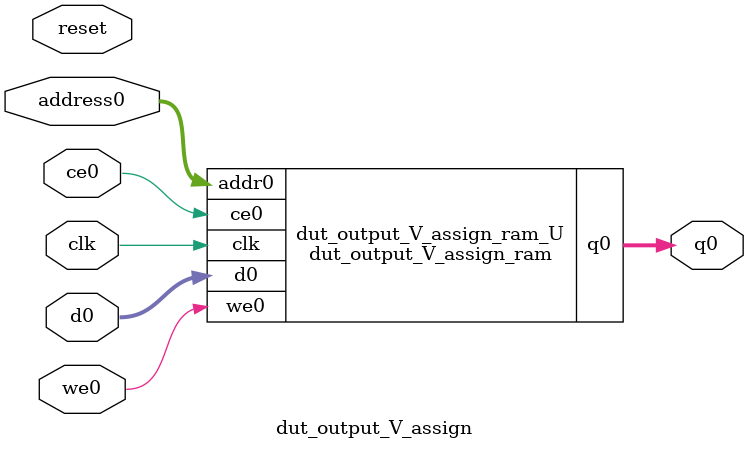
<source format=v>

`timescale 1 ns / 1 ps
module dut_output_V_assign_ram (addr0, ce0, d0, we0, q0,  clk);

parameter DWIDTH = 32;
parameter AWIDTH = 10;
parameter MEM_SIZE = 576;

input[AWIDTH-1:0] addr0;
input ce0;
input[DWIDTH-1:0] d0;
input we0;
output reg[DWIDTH-1:0] q0;
input clk;

(* ram_style = "block" *)reg [DWIDTH-1:0] ram[MEM_SIZE-1:0];




always @(posedge clk)  
begin 
    if (ce0) 
    begin
        if (we0) 
        begin 
            ram[addr0] <= d0; 
            q0 <= d0;
        end 
        else 
            q0 <= ram[addr0];
    end
end


endmodule


`timescale 1 ns / 1 ps
module dut_output_V_assign(
    reset,
    clk,
    address0,
    ce0,
    we0,
    d0,
    q0);

parameter DataWidth = 32'd32;
parameter AddressRange = 32'd576;
parameter AddressWidth = 32'd10;
input reset;
input clk;
input[AddressWidth - 1:0] address0;
input ce0;
input we0;
input[DataWidth - 1:0] d0;
output[DataWidth - 1:0] q0;



dut_output_V_assign_ram dut_output_V_assign_ram_U(
    .clk( clk ),
    .addr0( address0 ),
    .ce0( ce0 ),
    .d0( d0 ),
    .we0( we0 ),
    .q0( q0 ));

endmodule


</source>
